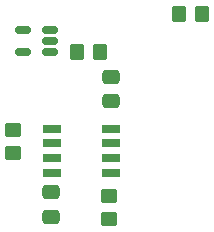
<source format=gbr>
%TF.GenerationSoftware,KiCad,Pcbnew,7.0.2*%
%TF.CreationDate,2023-10-27T14:16:18+02:00*%
%TF.ProjectId,stcs05,73746373-3035-42e6-9b69-6361645f7063,rev?*%
%TF.SameCoordinates,Original*%
%TF.FileFunction,Paste,Top*%
%TF.FilePolarity,Positive*%
%FSLAX46Y46*%
G04 Gerber Fmt 4.6, Leading zero omitted, Abs format (unit mm)*
G04 Created by KiCad (PCBNEW 7.0.2) date 2023-10-27 14:16:18*
%MOMM*%
%LPD*%
G01*
G04 APERTURE LIST*
G04 Aperture macros list*
%AMRoundRect*
0 Rectangle with rounded corners*
0 $1 Rounding radius*
0 $2 $3 $4 $5 $6 $7 $8 $9 X,Y pos of 4 corners*
0 Add a 4 corners polygon primitive as box body*
4,1,4,$2,$3,$4,$5,$6,$7,$8,$9,$2,$3,0*
0 Add four circle primitives for the rounded corners*
1,1,$1+$1,$2,$3*
1,1,$1+$1,$4,$5*
1,1,$1+$1,$6,$7*
1,1,$1+$1,$8,$9*
0 Add four rect primitives between the rounded corners*
20,1,$1+$1,$2,$3,$4,$5,0*
20,1,$1+$1,$4,$5,$6,$7,0*
20,1,$1+$1,$6,$7,$8,$9,0*
20,1,$1+$1,$8,$9,$2,$3,0*%
G04 Aperture macros list end*
%ADD10RoundRect,0.250000X0.350000X0.450000X-0.350000X0.450000X-0.350000X-0.450000X0.350000X-0.450000X0*%
%ADD11RoundRect,0.250000X0.450000X-0.350000X0.450000X0.350000X-0.450000X0.350000X-0.450000X-0.350000X0*%
%ADD12RoundRect,0.250000X-0.450000X0.350000X-0.450000X-0.350000X0.450000X-0.350000X0.450000X0.350000X0*%
%ADD13RoundRect,0.150000X0.512500X0.150000X-0.512500X0.150000X-0.512500X-0.150000X0.512500X-0.150000X0*%
%ADD14R,1.500000X0.800000*%
%ADD15RoundRect,0.250000X-0.475000X0.337500X-0.475000X-0.337500X0.475000X-0.337500X0.475000X0.337500X0*%
G04 APERTURE END LIST*
D10*
%TO.C,R2*%
X128762000Y-73660000D03*
X126762000Y-73660000D03*
%TD*%
D11*
%TO.C,R3*%
X121412000Y-82280000D03*
X121412000Y-80280000D03*
%TD*%
D12*
%TO.C,R4*%
X129540000Y-85868000D03*
X129540000Y-87868000D03*
%TD*%
D13*
%TO.C,U2*%
X124512500Y-73700000D03*
X124512500Y-72750000D03*
X124512500Y-71800000D03*
X122237500Y-71800000D03*
X122237500Y-73700000D03*
%TD*%
D14*
%TO.C,U1*%
X129679000Y-83928000D03*
X129679000Y-82678000D03*
X129679000Y-81428000D03*
X129679000Y-80178000D03*
X124679000Y-80178000D03*
X124679000Y-81428000D03*
X124679000Y-82678000D03*
X124679000Y-83928000D03*
%TD*%
D10*
%TO.C,R1*%
X137398000Y-70485000D03*
X135398000Y-70485000D03*
%TD*%
D15*
%TO.C,C2*%
X129667000Y-75797500D03*
X129667000Y-77872500D03*
%TD*%
%TO.C,C1*%
X124587000Y-85576500D03*
X124587000Y-87651500D03*
%TD*%
M02*

</source>
